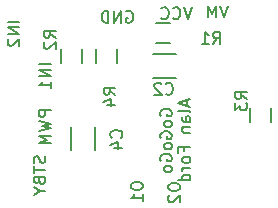
<source format=gbo>
G04 #@! TF.FileFunction,Legend,Bot*
%FSLAX46Y46*%
G04 Gerber Fmt 4.6, Leading zero omitted, Abs format (unit mm)*
G04 Created by KiCad (PCBNEW 4.0.2-stable) date Wednesday, January 18, 2017 'PMt' 01:38:14 PM*
%MOMM*%
G01*
G04 APERTURE LIST*
%ADD10C,0.100000*%
%ADD11C,0.150000*%
%ADD12C,2.301600*%
%ADD13R,2.133600X2.133600*%
%ADD14O,2.133600X2.133600*%
%ADD15R,2.133600X1.828800*%
%ADD16O,2.133600X1.828800*%
%ADD17R,1.828800X2.133600*%
%ADD18O,1.828800X2.133600*%
%ADD19R,2.101600X1.701600*%
%ADD20R,1.701600X2.101600*%
%ADD21R,1.601600X1.401600*%
%ADD22R,1.401600X1.601600*%
G04 APERTURE END LIST*
D10*
D11*
X139598304Y-86901400D02*
X139693542Y-86853781D01*
X139836399Y-86853781D01*
X139979257Y-86901400D01*
X140074495Y-86996638D01*
X140122114Y-87091876D01*
X140169733Y-87282352D01*
X140169733Y-87425210D01*
X140122114Y-87615686D01*
X140074495Y-87710924D01*
X139979257Y-87806162D01*
X139836399Y-87853781D01*
X139741161Y-87853781D01*
X139598304Y-87806162D01*
X139550685Y-87758543D01*
X139550685Y-87425210D01*
X139741161Y-87425210D01*
X139122114Y-87853781D02*
X139122114Y-86853781D01*
X138550685Y-87853781D01*
X138550685Y-86853781D01*
X138074495Y-87853781D02*
X138074495Y-86853781D01*
X137836400Y-86853781D01*
X137693542Y-86901400D01*
X137598304Y-86996638D01*
X137550685Y-87091876D01*
X137503066Y-87282352D01*
X137503066Y-87425210D01*
X137550685Y-87615686D01*
X137598304Y-87710924D01*
X137693542Y-87806162D01*
X137836400Y-87853781D01*
X138074495Y-87853781D01*
X145122733Y-86548981D02*
X144789400Y-87548981D01*
X144456066Y-86548981D01*
X143551304Y-87453743D02*
X143598923Y-87501362D01*
X143741780Y-87548981D01*
X143837018Y-87548981D01*
X143979876Y-87501362D01*
X144075114Y-87406124D01*
X144122733Y-87310886D01*
X144170352Y-87120410D01*
X144170352Y-86977552D01*
X144122733Y-86787076D01*
X144075114Y-86691838D01*
X143979876Y-86596600D01*
X143837018Y-86548981D01*
X143741780Y-86548981D01*
X143598923Y-86596600D01*
X143551304Y-86644219D01*
X142551304Y-87453743D02*
X142598923Y-87501362D01*
X142741780Y-87548981D01*
X142837018Y-87548981D01*
X142979876Y-87501362D01*
X143075114Y-87406124D01*
X143122733Y-87310886D01*
X143170352Y-87120410D01*
X143170352Y-86977552D01*
X143122733Y-86787076D01*
X143075114Y-86691838D01*
X142979876Y-86596600D01*
X142837018Y-86548981D01*
X142741780Y-86548981D01*
X142598923Y-86596600D01*
X142551304Y-86644219D01*
X148173962Y-86396581D02*
X147840629Y-87396581D01*
X147507295Y-86396581D01*
X147173962Y-87396581D02*
X147173962Y-86396581D01*
X146840628Y-87110867D01*
X146507295Y-86396581D01*
X146507295Y-87396581D01*
X142489000Y-95720162D02*
X142441381Y-95624924D01*
X142441381Y-95482067D01*
X142489000Y-95339209D01*
X142584238Y-95243971D01*
X142679476Y-95196352D01*
X142869952Y-95148733D01*
X143012810Y-95148733D01*
X143203286Y-95196352D01*
X143298524Y-95243971D01*
X143393762Y-95339209D01*
X143441381Y-95482067D01*
X143441381Y-95577305D01*
X143393762Y-95720162D01*
X143346143Y-95767781D01*
X143012810Y-95767781D01*
X143012810Y-95577305D01*
X143441381Y-96339209D02*
X143393762Y-96243971D01*
X143346143Y-96196352D01*
X143250905Y-96148733D01*
X142965190Y-96148733D01*
X142869952Y-96196352D01*
X142822333Y-96243971D01*
X142774714Y-96339209D01*
X142774714Y-96482067D01*
X142822333Y-96577305D01*
X142869952Y-96624924D01*
X142965190Y-96672543D01*
X143250905Y-96672543D01*
X143346143Y-96624924D01*
X143393762Y-96577305D01*
X143441381Y-96482067D01*
X143441381Y-96339209D01*
X142489000Y-97624924D02*
X142441381Y-97529686D01*
X142441381Y-97386829D01*
X142489000Y-97243971D01*
X142584238Y-97148733D01*
X142679476Y-97101114D01*
X142869952Y-97053495D01*
X143012810Y-97053495D01*
X143203286Y-97101114D01*
X143298524Y-97148733D01*
X143393762Y-97243971D01*
X143441381Y-97386829D01*
X143441381Y-97482067D01*
X143393762Y-97624924D01*
X143346143Y-97672543D01*
X143012810Y-97672543D01*
X143012810Y-97482067D01*
X143441381Y-98243971D02*
X143393762Y-98148733D01*
X143346143Y-98101114D01*
X143250905Y-98053495D01*
X142965190Y-98053495D01*
X142869952Y-98101114D01*
X142822333Y-98148733D01*
X142774714Y-98243971D01*
X142774714Y-98386829D01*
X142822333Y-98482067D01*
X142869952Y-98529686D01*
X142965190Y-98577305D01*
X143250905Y-98577305D01*
X143346143Y-98529686D01*
X143393762Y-98482067D01*
X143441381Y-98386829D01*
X143441381Y-98243971D01*
X142489000Y-99529686D02*
X142441381Y-99434448D01*
X142441381Y-99291591D01*
X142489000Y-99148733D01*
X142584238Y-99053495D01*
X142679476Y-99005876D01*
X142869952Y-98958257D01*
X143012810Y-98958257D01*
X143203286Y-99005876D01*
X143298524Y-99053495D01*
X143393762Y-99148733D01*
X143441381Y-99291591D01*
X143441381Y-99386829D01*
X143393762Y-99529686D01*
X143346143Y-99577305D01*
X143012810Y-99577305D01*
X143012810Y-99386829D01*
X143441381Y-100148733D02*
X143393762Y-100053495D01*
X143346143Y-100005876D01*
X143250905Y-99958257D01*
X142965190Y-99958257D01*
X142869952Y-100005876D01*
X142822333Y-100053495D01*
X142774714Y-100148733D01*
X142774714Y-100291591D01*
X142822333Y-100386829D01*
X142869952Y-100434448D01*
X142965190Y-100482067D01*
X143250905Y-100482067D01*
X143346143Y-100434448D01*
X143393762Y-100386829D01*
X143441381Y-100291591D01*
X143441381Y-100148733D01*
X144705667Y-94386828D02*
X144705667Y-94863019D01*
X144991381Y-94291590D02*
X143991381Y-94624923D01*
X144991381Y-94958257D01*
X144991381Y-95434447D02*
X144943762Y-95339209D01*
X144848524Y-95291590D01*
X143991381Y-95291590D01*
X144991381Y-96243972D02*
X144467571Y-96243972D01*
X144372333Y-96196353D01*
X144324714Y-96101115D01*
X144324714Y-95910638D01*
X144372333Y-95815400D01*
X144943762Y-96243972D02*
X144991381Y-96148734D01*
X144991381Y-95910638D01*
X144943762Y-95815400D01*
X144848524Y-95767781D01*
X144753286Y-95767781D01*
X144658048Y-95815400D01*
X144610429Y-95910638D01*
X144610429Y-96148734D01*
X144562810Y-96243972D01*
X144324714Y-96720162D02*
X144991381Y-96720162D01*
X144419952Y-96720162D02*
X144372333Y-96767781D01*
X144324714Y-96863019D01*
X144324714Y-97005877D01*
X144372333Y-97101115D01*
X144467571Y-97148734D01*
X144991381Y-97148734D01*
X144467571Y-98720163D02*
X144467571Y-98386829D01*
X144991381Y-98386829D02*
X143991381Y-98386829D01*
X143991381Y-98863020D01*
X144991381Y-99386829D02*
X144943762Y-99291591D01*
X144896143Y-99243972D01*
X144800905Y-99196353D01*
X144515190Y-99196353D01*
X144419952Y-99243972D01*
X144372333Y-99291591D01*
X144324714Y-99386829D01*
X144324714Y-99529687D01*
X144372333Y-99624925D01*
X144419952Y-99672544D01*
X144515190Y-99720163D01*
X144800905Y-99720163D01*
X144896143Y-99672544D01*
X144943762Y-99624925D01*
X144991381Y-99529687D01*
X144991381Y-99386829D01*
X144991381Y-100148734D02*
X144324714Y-100148734D01*
X144515190Y-100148734D02*
X144419952Y-100196353D01*
X144372333Y-100243972D01*
X144324714Y-100339210D01*
X144324714Y-100434449D01*
X144991381Y-101196354D02*
X143991381Y-101196354D01*
X144943762Y-101196354D02*
X144991381Y-101101116D01*
X144991381Y-100910639D01*
X144943762Y-100815401D01*
X144896143Y-100767782D01*
X144800905Y-100720163D01*
X144515190Y-100720163D01*
X144419952Y-100767782D01*
X144372333Y-100815401D01*
X144324714Y-100910639D01*
X144324714Y-101101116D01*
X144372333Y-101196354D01*
X139965181Y-101587371D02*
X139965181Y-101777848D01*
X140012800Y-101873086D01*
X140108038Y-101968324D01*
X140298514Y-102015943D01*
X140631848Y-102015943D01*
X140822324Y-101968324D01*
X140917562Y-101873086D01*
X140965181Y-101777848D01*
X140965181Y-101587371D01*
X140917562Y-101492133D01*
X140822324Y-101396895D01*
X140631848Y-101349276D01*
X140298514Y-101349276D01*
X140108038Y-101396895D01*
X140012800Y-101492133D01*
X139965181Y-101587371D01*
X140965181Y-102968324D02*
X140965181Y-102396895D01*
X140965181Y-102682609D02*
X139965181Y-102682609D01*
X140108038Y-102587371D01*
X140203276Y-102492133D01*
X140250895Y-102396895D01*
X143140181Y-101663571D02*
X143140181Y-101854048D01*
X143187800Y-101949286D01*
X143283038Y-102044524D01*
X143473514Y-102092143D01*
X143806848Y-102092143D01*
X143997324Y-102044524D01*
X144092562Y-101949286D01*
X144140181Y-101854048D01*
X144140181Y-101663571D01*
X144092562Y-101568333D01*
X143997324Y-101473095D01*
X143806848Y-101425476D01*
X143473514Y-101425476D01*
X143283038Y-101473095D01*
X143187800Y-101568333D01*
X143140181Y-101663571D01*
X143235419Y-102473095D02*
X143187800Y-102520714D01*
X143140181Y-102615952D01*
X143140181Y-102854048D01*
X143187800Y-102949286D01*
X143235419Y-102996905D01*
X143330657Y-103044524D01*
X143425895Y-103044524D01*
X143568752Y-102996905D01*
X144140181Y-102425476D01*
X144140181Y-103044524D01*
X132687962Y-99141162D02*
X132735581Y-99284019D01*
X132735581Y-99522115D01*
X132687962Y-99617353D01*
X132640343Y-99664972D01*
X132545105Y-99712591D01*
X132449867Y-99712591D01*
X132354629Y-99664972D01*
X132307010Y-99617353D01*
X132259390Y-99522115D01*
X132211771Y-99331638D01*
X132164152Y-99236400D01*
X132116533Y-99188781D01*
X132021295Y-99141162D01*
X131926057Y-99141162D01*
X131830819Y-99188781D01*
X131783200Y-99236400D01*
X131735581Y-99331638D01*
X131735581Y-99569734D01*
X131783200Y-99712591D01*
X131735581Y-99998305D02*
X131735581Y-100569734D01*
X132735581Y-100284019D02*
X131735581Y-100284019D01*
X132211771Y-101236401D02*
X132259390Y-101379258D01*
X132307010Y-101426877D01*
X132402248Y-101474496D01*
X132545105Y-101474496D01*
X132640343Y-101426877D01*
X132687962Y-101379258D01*
X132735581Y-101284020D01*
X132735581Y-100903067D01*
X131735581Y-100903067D01*
X131735581Y-101236401D01*
X131783200Y-101331639D01*
X131830819Y-101379258D01*
X131926057Y-101426877D01*
X132021295Y-101426877D01*
X132116533Y-101379258D01*
X132164152Y-101331639D01*
X132211771Y-101236401D01*
X132211771Y-100903067D01*
X132259390Y-102093543D02*
X132735581Y-102093543D01*
X131735581Y-101760210D02*
X132259390Y-102093543D01*
X131735581Y-102426877D01*
X133167381Y-95267638D02*
X132167381Y-95267638D01*
X132167381Y-95648591D01*
X132215000Y-95743829D01*
X132262619Y-95791448D01*
X132357857Y-95839067D01*
X132500714Y-95839067D01*
X132595952Y-95791448D01*
X132643571Y-95743829D01*
X132691190Y-95648591D01*
X132691190Y-95267638D01*
X132167381Y-96172400D02*
X133167381Y-96410495D01*
X132453095Y-96600972D01*
X133167381Y-96791448D01*
X132167381Y-97029543D01*
X133167381Y-97410495D02*
X132167381Y-97410495D01*
X132881667Y-97743829D01*
X132167381Y-98077162D01*
X133167381Y-98077162D01*
X133192781Y-91354400D02*
X132192781Y-91354400D01*
X133192781Y-91830590D02*
X132192781Y-91830590D01*
X133192781Y-92402019D01*
X132192781Y-92402019D01*
X133192781Y-93402019D02*
X133192781Y-92830590D01*
X133192781Y-93116304D02*
X132192781Y-93116304D01*
X132335638Y-93021066D01*
X132430876Y-92925828D01*
X132478495Y-92830590D01*
X130525781Y-87773000D02*
X129525781Y-87773000D01*
X130525781Y-88249190D02*
X129525781Y-88249190D01*
X130525781Y-88820619D01*
X129525781Y-88820619D01*
X129621019Y-89249190D02*
X129573400Y-89296809D01*
X129525781Y-89392047D01*
X129525781Y-89630143D01*
X129573400Y-89725381D01*
X129621019Y-89773000D01*
X129716257Y-89820619D01*
X129811495Y-89820619D01*
X129954352Y-89773000D01*
X130525781Y-89201571D01*
X130525781Y-89820619D01*
X141811500Y-90478500D02*
X143811500Y-90478500D01*
X143811500Y-92528500D02*
X141811500Y-92528500D01*
X134865000Y-98663000D02*
X134865000Y-96663000D01*
X136915000Y-96663000D02*
X136915000Y-98663000D01*
X143284500Y-87834500D02*
X142084500Y-87834500D01*
X142084500Y-89584500D02*
X143284500Y-89584500D01*
X134062500Y-90078000D02*
X134062500Y-91278000D01*
X135812500Y-91278000D02*
X135812500Y-90078000D01*
X150064500Y-95094500D02*
X150064500Y-96294500D01*
X151814500Y-96294500D02*
X151814500Y-95094500D01*
X137047000Y-90078000D02*
X137047000Y-91278000D01*
X138797000Y-91278000D02*
X138797000Y-90078000D01*
X142914666Y-93854543D02*
X142962285Y-93902162D01*
X143105142Y-93949781D01*
X143200380Y-93949781D01*
X143343238Y-93902162D01*
X143438476Y-93806924D01*
X143486095Y-93711686D01*
X143533714Y-93521210D01*
X143533714Y-93378352D01*
X143486095Y-93187876D01*
X143438476Y-93092638D01*
X143343238Y-92997400D01*
X143200380Y-92949781D01*
X143105142Y-92949781D01*
X142962285Y-92997400D01*
X142914666Y-93045019D01*
X142533714Y-93045019D02*
X142486095Y-92997400D01*
X142390857Y-92949781D01*
X142152761Y-92949781D01*
X142057523Y-92997400D01*
X142009904Y-93045019D01*
X141962285Y-93140257D01*
X141962285Y-93235495D01*
X142009904Y-93378352D01*
X142581333Y-93949781D01*
X141962285Y-93949781D01*
X139142743Y-97572534D02*
X139190362Y-97524915D01*
X139237981Y-97382058D01*
X139237981Y-97286820D01*
X139190362Y-97143962D01*
X139095124Y-97048724D01*
X138999886Y-97001105D01*
X138809410Y-96953486D01*
X138666552Y-96953486D01*
X138476076Y-97001105D01*
X138380838Y-97048724D01*
X138285600Y-97143962D01*
X138237981Y-97286820D01*
X138237981Y-97382058D01*
X138285600Y-97524915D01*
X138333219Y-97572534D01*
X138571314Y-98429677D02*
X139237981Y-98429677D01*
X138190362Y-98191581D02*
X138904648Y-97953486D01*
X138904648Y-98572534D01*
X146953266Y-89631781D02*
X147286600Y-89155590D01*
X147524695Y-89631781D02*
X147524695Y-88631781D01*
X147143742Y-88631781D01*
X147048504Y-88679400D01*
X147000885Y-88727019D01*
X146953266Y-88822257D01*
X146953266Y-88965114D01*
X147000885Y-89060352D01*
X147048504Y-89107971D01*
X147143742Y-89155590D01*
X147524695Y-89155590D01*
X146000885Y-89631781D02*
X146572314Y-89631781D01*
X146286600Y-89631781D02*
X146286600Y-88631781D01*
X146381838Y-88774638D01*
X146477076Y-88869876D01*
X146572314Y-88917495D01*
X133599181Y-89114334D02*
X133122990Y-88781000D01*
X133599181Y-88542905D02*
X132599181Y-88542905D01*
X132599181Y-88923858D01*
X132646800Y-89019096D01*
X132694419Y-89066715D01*
X132789657Y-89114334D01*
X132932514Y-89114334D01*
X133027752Y-89066715D01*
X133075371Y-89019096D01*
X133122990Y-88923858D01*
X133122990Y-88542905D01*
X132694419Y-89495286D02*
X132646800Y-89542905D01*
X132599181Y-89638143D01*
X132599181Y-89876239D01*
X132646800Y-89971477D01*
X132694419Y-90019096D01*
X132789657Y-90066715D01*
X132884895Y-90066715D01*
X133027752Y-90019096D01*
X133599181Y-89447667D01*
X133599181Y-90066715D01*
X149804381Y-94295934D02*
X149328190Y-93962600D01*
X149804381Y-93724505D02*
X148804381Y-93724505D01*
X148804381Y-94105458D01*
X148852000Y-94200696D01*
X148899619Y-94248315D01*
X148994857Y-94295934D01*
X149137714Y-94295934D01*
X149232952Y-94248315D01*
X149280571Y-94200696D01*
X149328190Y-94105458D01*
X149328190Y-93724505D01*
X148804381Y-94629267D02*
X148804381Y-95248315D01*
X149185333Y-94914981D01*
X149185333Y-95057839D01*
X149232952Y-95153077D01*
X149280571Y-95200696D01*
X149375810Y-95248315D01*
X149613905Y-95248315D01*
X149709143Y-95200696D01*
X149756762Y-95153077D01*
X149804381Y-95057839D01*
X149804381Y-94772124D01*
X149756762Y-94676886D01*
X149709143Y-94629267D01*
X138653781Y-93940334D02*
X138177590Y-93607000D01*
X138653781Y-93368905D02*
X137653781Y-93368905D01*
X137653781Y-93749858D01*
X137701400Y-93845096D01*
X137749019Y-93892715D01*
X137844257Y-93940334D01*
X137987114Y-93940334D01*
X138082352Y-93892715D01*
X138129971Y-93845096D01*
X138177590Y-93749858D01*
X138177590Y-93368905D01*
X137987114Y-94797477D02*
X138653781Y-94797477D01*
X137606162Y-94559381D02*
X138320448Y-94321286D01*
X138320448Y-94940334D01*
%LPC*%
D12*
X132080000Y-104140000D03*
X151130000Y-104140000D03*
X132080000Y-86360000D03*
D13*
X140525500Y-105092500D03*
D14*
X143065500Y-105092500D03*
D15*
X130619500Y-91313000D03*
D16*
X130619500Y-93853000D03*
X130619500Y-96393000D03*
X130619500Y-98933000D03*
D17*
X140017500Y-85471000D03*
D18*
X142557500Y-85471000D03*
X145097500Y-85471000D03*
D12*
X151130000Y-86360000D03*
D19*
X144811500Y-91503500D03*
X140811500Y-91503500D03*
D20*
X135890000Y-95663000D03*
X135890000Y-99663000D03*
D21*
X141334500Y-88709500D03*
X144034500Y-88709500D03*
D22*
X134937500Y-92028000D03*
X134937500Y-89328000D03*
X150939500Y-97044500D03*
X150939500Y-94344500D03*
X137922000Y-92028000D03*
X137922000Y-89328000D03*
M02*

</source>
